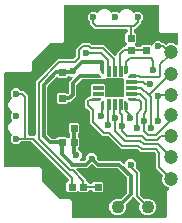
<source format=gbr>
G04 EAGLE Gerber RS-274X export*
G75*
%MOMM*%
%FSLAX34Y34*%
%LPD*%
%INBottom Copper*%
%IPPOS*%
%AMOC8*
5,1,8,0,0,1.08239X$1,22.5*%
G01*
%ADD10C,0.090000*%
%ADD11C,0.300000*%
%ADD12C,0.045000*%
%ADD13C,1.200000*%
%ADD14C,1.100000*%
%ADD15C,0.200000*%
%ADD16C,0.600000*%
%ADD17C,0.300000*%

G36*
X139564Y3010D02*
X139564Y3010D01*
X139628Y3009D01*
X139703Y3030D01*
X139779Y3041D01*
X139838Y3067D01*
X139900Y3084D01*
X139966Y3125D01*
X140036Y3157D01*
X140085Y3199D01*
X140140Y3232D01*
X140192Y3290D01*
X140250Y3340D01*
X140286Y3394D01*
X140329Y3442D01*
X140362Y3511D01*
X140405Y3576D01*
X140424Y3638D01*
X140452Y3695D01*
X140463Y3765D01*
X140487Y3846D01*
X140488Y3931D01*
X140499Y4000D01*
X140499Y25243D01*
X142333Y27076D01*
X142404Y27171D01*
X142479Y27263D01*
X142488Y27284D01*
X142502Y27302D01*
X142544Y27413D01*
X142591Y27522D01*
X142593Y27544D01*
X142602Y27566D01*
X142611Y27684D01*
X142625Y27802D01*
X142622Y27824D01*
X142623Y27847D01*
X142599Y27963D01*
X142580Y28080D01*
X142570Y28101D01*
X142566Y28123D01*
X142510Y28228D01*
X142459Y28335D01*
X142444Y28352D01*
X142433Y28372D01*
X142350Y28457D01*
X142272Y28546D01*
X142253Y28557D01*
X142236Y28574D01*
X142074Y28666D01*
X142009Y28706D01*
X139751Y29641D01*
X137641Y31751D01*
X136499Y34508D01*
X136499Y37492D01*
X136968Y38623D01*
X136970Y38632D01*
X136975Y38641D01*
X137005Y38770D01*
X137015Y38808D01*
X137019Y38820D01*
X137019Y38822D01*
X137038Y38896D01*
X137038Y38906D01*
X137040Y38915D01*
X137033Y39048D01*
X137029Y39178D01*
X137026Y39187D01*
X137025Y39197D01*
X136982Y39321D01*
X136941Y39446D01*
X136936Y39454D01*
X136933Y39463D01*
X136888Y39525D01*
X136783Y39679D01*
X136764Y39695D01*
X136751Y39712D01*
X131499Y44964D01*
X131499Y56550D01*
X131486Y56645D01*
X131481Y56741D01*
X131466Y56785D01*
X131459Y56829D01*
X131420Y56917D01*
X131388Y57008D01*
X131363Y57042D01*
X131343Y57086D01*
X131260Y57184D01*
X131207Y57257D01*
X130257Y58207D01*
X130180Y58264D01*
X130109Y58329D01*
X130068Y58349D01*
X130031Y58376D01*
X129941Y58410D01*
X129855Y58452D01*
X129813Y58458D01*
X129767Y58475D01*
X129640Y58485D01*
X129550Y58499D01*
X118508Y58499D01*
X115801Y61207D01*
X115724Y61264D01*
X115653Y61329D01*
X115612Y61349D01*
X115575Y61376D01*
X115485Y61410D01*
X115399Y61452D01*
X115357Y61458D01*
X115311Y61475D01*
X115184Y61485D01*
X115094Y61499D01*
X101964Y61499D01*
X91257Y72207D01*
X91180Y72264D01*
X91109Y72329D01*
X91068Y72349D01*
X91031Y72376D01*
X90941Y72410D01*
X90855Y72452D01*
X90813Y72458D01*
X90767Y72475D01*
X90640Y72485D01*
X90550Y72499D01*
X85964Y72499D01*
X75499Y82964D01*
X75499Y92550D01*
X75486Y92645D01*
X75481Y92741D01*
X75466Y92784D01*
X75459Y92829D01*
X75420Y92917D01*
X75388Y93008D01*
X75363Y93042D01*
X75343Y93086D01*
X75260Y93184D01*
X75207Y93257D01*
X73257Y95207D01*
X71499Y96964D01*
X71499Y103036D01*
X73964Y105501D01*
X75000Y105501D01*
X75064Y105510D01*
X75128Y105509D01*
X75203Y105530D01*
X75279Y105541D01*
X75338Y105567D01*
X75400Y105584D01*
X75466Y105625D01*
X75536Y105657D01*
X75585Y105699D01*
X75640Y105732D01*
X75692Y105790D01*
X75750Y105840D01*
X75786Y105894D01*
X75829Y105942D01*
X75862Y106011D01*
X75905Y106076D01*
X75924Y106138D01*
X75952Y106195D01*
X75963Y106265D01*
X75987Y106346D01*
X75988Y106431D01*
X75999Y106500D01*
X75999Y110087D01*
X76027Y110135D01*
X76044Y110210D01*
X76072Y110283D01*
X76077Y110347D01*
X76091Y110409D01*
X76088Y110487D01*
X76094Y110564D01*
X76080Y110627D01*
X76077Y110691D01*
X76052Y110764D01*
X76036Y110840D01*
X76006Y110897D01*
X75999Y110915D01*
X75999Y114990D01*
X77010Y116001D01*
X86990Y116001D01*
X88001Y114990D01*
X88001Y110913D01*
X87973Y110865D01*
X87956Y110789D01*
X87928Y110717D01*
X87923Y110653D01*
X87909Y110590D01*
X87912Y110513D01*
X87907Y110436D01*
X87920Y110373D01*
X87923Y110309D01*
X87948Y110235D01*
X87964Y110160D01*
X87994Y110103D01*
X88001Y110085D01*
X88001Y106000D01*
X88010Y105936D01*
X88009Y105872D01*
X88030Y105797D01*
X88041Y105721D01*
X88067Y105662D01*
X88084Y105600D01*
X88125Y105534D01*
X88157Y105464D01*
X88199Y105415D01*
X88232Y105360D01*
X88290Y105308D01*
X88340Y105250D01*
X88394Y105214D01*
X88442Y105171D01*
X88511Y105138D01*
X88576Y105095D01*
X88638Y105076D01*
X88695Y105048D01*
X88765Y105037D01*
X88846Y105013D01*
X88931Y105012D01*
X89000Y105001D01*
X93087Y105001D01*
X93135Y104973D01*
X93211Y104956D01*
X93283Y104928D01*
X93347Y104923D01*
X93410Y104909D01*
X93487Y104912D01*
X93564Y104907D01*
X93627Y104920D01*
X93691Y104923D01*
X93765Y104948D01*
X93840Y104964D01*
X93897Y104994D01*
X93915Y105001D01*
X98087Y105001D01*
X98135Y104973D01*
X98211Y104956D01*
X98283Y104928D01*
X98347Y104923D01*
X98410Y104909D01*
X98487Y104912D01*
X98564Y104907D01*
X98627Y104920D01*
X98691Y104923D01*
X98765Y104948D01*
X98840Y104964D01*
X98897Y104994D01*
X98915Y105001D01*
X103000Y105001D01*
X103064Y105010D01*
X103128Y105009D01*
X103203Y105030D01*
X103279Y105041D01*
X103338Y105067D01*
X103400Y105084D01*
X103466Y105125D01*
X103536Y105157D01*
X103585Y105199D01*
X103640Y105232D01*
X103692Y105290D01*
X103750Y105340D01*
X103786Y105394D01*
X103829Y105442D01*
X103862Y105511D01*
X103905Y105576D01*
X103924Y105638D01*
X103952Y105695D01*
X103963Y105765D01*
X103987Y105846D01*
X103988Y105931D01*
X103999Y106000D01*
X103999Y110087D01*
X104027Y110135D01*
X104044Y110211D01*
X104072Y110283D01*
X104077Y110347D01*
X104091Y110410D01*
X104088Y110487D01*
X104093Y110564D01*
X104080Y110627D01*
X104077Y110691D01*
X104052Y110765D01*
X104036Y110840D01*
X104006Y110897D01*
X103999Y110915D01*
X103999Y115087D01*
X104027Y115135D01*
X104044Y115211D01*
X104072Y115283D01*
X104077Y115347D01*
X104091Y115410D01*
X104088Y115487D01*
X104093Y115564D01*
X104080Y115627D01*
X104077Y115691D01*
X104052Y115765D01*
X104036Y115840D01*
X104006Y115897D01*
X103999Y115915D01*
X103999Y120000D01*
X103990Y120064D01*
X103991Y120128D01*
X103970Y120203D01*
X103959Y120279D01*
X103933Y120338D01*
X103916Y120400D01*
X103875Y120466D01*
X103843Y120536D01*
X103801Y120585D01*
X103768Y120640D01*
X103710Y120692D01*
X103660Y120750D01*
X103606Y120786D01*
X103558Y120829D01*
X103489Y120862D01*
X103424Y120905D01*
X103362Y120924D01*
X103305Y120952D01*
X103235Y120963D01*
X103154Y120987D01*
X103069Y120988D01*
X103000Y120999D01*
X98913Y120999D01*
X98865Y121027D01*
X98789Y121044D01*
X98717Y121072D01*
X98653Y121077D01*
X98590Y121091D01*
X98513Y121088D01*
X98436Y121093D01*
X98373Y121080D01*
X98309Y121077D01*
X98235Y121052D01*
X98160Y121036D01*
X98103Y121006D01*
X98085Y120999D01*
X93913Y120999D01*
X93865Y121027D01*
X93789Y121044D01*
X93717Y121072D01*
X93653Y121077D01*
X93590Y121091D01*
X93513Y121088D01*
X93436Y121093D01*
X93373Y121080D01*
X93309Y121077D01*
X93235Y121052D01*
X93160Y121036D01*
X93103Y121006D01*
X93085Y120999D01*
X89450Y120999D01*
X89355Y120986D01*
X89259Y120981D01*
X89216Y120966D01*
X89171Y120959D01*
X89083Y120920D01*
X88992Y120888D01*
X88958Y120863D01*
X88914Y120843D01*
X88816Y120760D01*
X88743Y120707D01*
X88036Y119999D01*
X85646Y119999D01*
X85631Y120003D01*
X85566Y119999D01*
X85550Y119999D01*
X85481Y120005D01*
X85455Y119999D01*
X68657Y119999D01*
X68562Y119986D01*
X68466Y119981D01*
X68423Y119966D01*
X68378Y119959D01*
X68290Y119920D01*
X68199Y119888D01*
X68165Y119863D01*
X68121Y119843D01*
X68023Y119760D01*
X67950Y119707D01*
X64293Y116050D01*
X64236Y115973D01*
X64171Y115902D01*
X64151Y115861D01*
X64124Y115824D01*
X64090Y115734D01*
X64048Y115648D01*
X64042Y115606D01*
X64025Y115560D01*
X64015Y115433D01*
X64001Y115343D01*
X64001Y105757D01*
X59243Y100999D01*
X57272Y100999D01*
X57177Y100986D01*
X57081Y100981D01*
X57038Y100966D01*
X56993Y100959D01*
X56905Y100920D01*
X56814Y100888D01*
X56780Y100863D01*
X56736Y100843D01*
X56639Y100760D01*
X56565Y100707D01*
X55358Y99499D01*
X48642Y99499D01*
X47499Y100642D01*
X47499Y107358D01*
X48642Y108501D01*
X55358Y108501D01*
X56101Y107758D01*
X56152Y107719D01*
X56197Y107673D01*
X56265Y107635D01*
X56326Y107589D01*
X56387Y107566D01*
X56443Y107534D01*
X56518Y107516D01*
X56590Y107489D01*
X56654Y107484D01*
X56717Y107469D01*
X56795Y107473D01*
X56872Y107467D01*
X56934Y107480D01*
X56999Y107484D01*
X57072Y107509D01*
X57148Y107525D01*
X57204Y107555D01*
X57265Y107576D01*
X57322Y107617D01*
X57397Y107657D01*
X57458Y107716D01*
X57514Y107758D01*
X57707Y107950D01*
X57764Y108027D01*
X57829Y108098D01*
X57849Y108139D01*
X57876Y108176D01*
X57910Y108266D01*
X57952Y108352D01*
X57958Y108394D01*
X57975Y108440D01*
X57985Y108567D01*
X57999Y108657D01*
X57999Y118243D01*
X60050Y120293D01*
X60550Y120793D01*
X60569Y120819D01*
X60594Y120840D01*
X60654Y120932D01*
X60719Y121019D01*
X60730Y121049D01*
X60748Y121076D01*
X60780Y121181D01*
X60819Y121283D01*
X60821Y121315D01*
X60830Y121346D01*
X60832Y121455D01*
X60840Y121564D01*
X60834Y121596D01*
X60834Y121628D01*
X60805Y121733D01*
X60783Y121840D01*
X60768Y121869D01*
X60759Y121900D01*
X60702Y121993D01*
X60650Y122089D01*
X60628Y122112D01*
X60611Y122140D01*
X60530Y122213D01*
X60454Y122291D01*
X60426Y122307D01*
X60402Y122329D01*
X60303Y122376D01*
X60208Y122430D01*
X60177Y122438D01*
X60148Y122452D01*
X60058Y122466D01*
X59934Y122495D01*
X59885Y122493D01*
X59843Y122499D01*
X59136Y122499D01*
X58928Y122707D01*
X58852Y122764D01*
X58780Y122829D01*
X58739Y122849D01*
X58703Y122876D01*
X58613Y122910D01*
X58526Y122952D01*
X58484Y122958D01*
X58439Y122975D01*
X58311Y122985D01*
X58222Y122999D01*
X57272Y122999D01*
X57177Y122986D01*
X57081Y122981D01*
X57038Y122966D01*
X56993Y122959D01*
X56905Y122920D01*
X56814Y122888D01*
X56780Y122863D01*
X56736Y122843D01*
X56638Y122760D01*
X56565Y122707D01*
X55358Y121499D01*
X48642Y121499D01*
X48399Y121742D01*
X48348Y121781D01*
X48303Y121827D01*
X48235Y121865D01*
X48173Y121912D01*
X48113Y121934D01*
X48057Y121966D01*
X47982Y121984D01*
X47910Y122011D01*
X47846Y122016D01*
X47783Y122031D01*
X47705Y122027D01*
X47628Y122033D01*
X47566Y122020D01*
X47501Y122016D01*
X47428Y121991D01*
X47352Y121975D01*
X47296Y121945D01*
X47235Y121924D01*
X47178Y121883D01*
X47103Y121843D01*
X47043Y121784D01*
X46986Y121742D01*
X39793Y114550D01*
X39736Y114473D01*
X39671Y114402D01*
X39651Y114361D01*
X39624Y114324D01*
X39590Y114234D01*
X39548Y114148D01*
X39542Y114106D01*
X39525Y114060D01*
X39515Y113933D01*
X39501Y113843D01*
X39501Y73521D01*
X39514Y73426D01*
X39519Y73330D01*
X39534Y73287D01*
X39541Y73242D01*
X39580Y73154D01*
X39612Y73063D01*
X39637Y73029D01*
X39657Y72985D01*
X39740Y72887D01*
X39793Y72814D01*
X42314Y70293D01*
X42391Y70236D01*
X42462Y70171D01*
X42503Y70151D01*
X42540Y70124D01*
X42630Y70090D01*
X42716Y70048D01*
X42758Y70042D01*
X42804Y70025D01*
X42931Y70015D01*
X43021Y70001D01*
X46728Y70001D01*
X46823Y70014D01*
X46919Y70019D01*
X46962Y70034D01*
X47007Y70041D01*
X47095Y70080D01*
X47186Y70112D01*
X47220Y70137D01*
X47264Y70157D01*
X47362Y70240D01*
X47435Y70293D01*
X48642Y71501D01*
X55358Y71501D01*
X56293Y70565D01*
X56345Y70527D01*
X56390Y70481D01*
X56457Y70443D01*
X56519Y70396D01*
X56579Y70373D01*
X56635Y70342D01*
X56710Y70324D01*
X56783Y70297D01*
X56847Y70292D01*
X56909Y70277D01*
X56987Y70281D01*
X57064Y70275D01*
X57127Y70288D01*
X57191Y70291D01*
X57264Y70317D01*
X57340Y70332D01*
X57397Y70362D01*
X57458Y70384D01*
X57514Y70425D01*
X57589Y70465D01*
X57650Y70524D01*
X57707Y70565D01*
X58707Y71565D01*
X58764Y71642D01*
X58829Y71714D01*
X58849Y71754D01*
X58876Y71791D01*
X58910Y71881D01*
X58952Y71967D01*
X58958Y72009D01*
X58975Y72055D01*
X58985Y72182D01*
X58999Y72272D01*
X58999Y73728D01*
X58986Y73823D01*
X58981Y73919D01*
X58966Y73962D01*
X58959Y74007D01*
X58920Y74095D01*
X58888Y74186D01*
X58863Y74220D01*
X58843Y74264D01*
X58760Y74362D01*
X58707Y74435D01*
X57499Y75642D01*
X57499Y82358D01*
X58642Y83501D01*
X65358Y83501D01*
X66501Y82358D01*
X66501Y75642D01*
X65293Y74435D01*
X65236Y74358D01*
X65171Y74286D01*
X65151Y74245D01*
X65124Y74209D01*
X65090Y74119D01*
X65048Y74033D01*
X65042Y73991D01*
X65025Y73945D01*
X65015Y73818D01*
X65001Y73728D01*
X65001Y72272D01*
X65014Y72177D01*
X65019Y72081D01*
X65034Y72038D01*
X65041Y71993D01*
X65080Y71905D01*
X65112Y71814D01*
X65137Y71780D01*
X65157Y71736D01*
X65240Y71639D01*
X65293Y71565D01*
X66501Y70358D01*
X66501Y63642D01*
X65293Y62435D01*
X65236Y62358D01*
X65171Y62286D01*
X65151Y62245D01*
X65124Y62209D01*
X65090Y62119D01*
X65048Y62033D01*
X65042Y61991D01*
X65025Y61945D01*
X65015Y61818D01*
X65001Y61728D01*
X65001Y61500D01*
X65010Y61436D01*
X65009Y61372D01*
X65030Y61297D01*
X65041Y61221D01*
X65067Y61162D01*
X65084Y61100D01*
X65125Y61034D01*
X65157Y60964D01*
X65199Y60915D01*
X65232Y60860D01*
X65290Y60808D01*
X65340Y60750D01*
X65394Y60714D01*
X65442Y60671D01*
X65511Y60638D01*
X65576Y60595D01*
X65638Y60576D01*
X65695Y60548D01*
X65765Y60537D01*
X65846Y60513D01*
X65852Y60513D01*
X68501Y57864D01*
X68501Y54136D01*
X67072Y52707D01*
X67052Y52681D01*
X67028Y52660D01*
X66968Y52568D01*
X66902Y52481D01*
X66891Y52451D01*
X66873Y52424D01*
X66841Y52319D01*
X66803Y52217D01*
X66800Y52185D01*
X66791Y52154D01*
X66789Y52045D01*
X66781Y51936D01*
X66788Y51904D01*
X66787Y51872D01*
X66816Y51767D01*
X66839Y51660D01*
X66854Y51631D01*
X66862Y51600D01*
X66920Y51507D01*
X66971Y51411D01*
X66993Y51388D01*
X67010Y51360D01*
X67092Y51287D01*
X67168Y51209D01*
X67196Y51193D01*
X67220Y51171D01*
X67318Y51124D01*
X67413Y51070D01*
X67445Y51062D01*
X67474Y51048D01*
X67563Y51034D01*
X67688Y51005D01*
X67736Y51007D01*
X67778Y51001D01*
X70343Y51001D01*
X70438Y51014D01*
X70534Y51019D01*
X70577Y51034D01*
X70622Y51041D01*
X70710Y51080D01*
X70801Y51112D01*
X70835Y51137D01*
X70879Y51157D01*
X70977Y51240D01*
X71050Y51293D01*
X72207Y52450D01*
X72264Y52527D01*
X72329Y52598D01*
X72349Y52639D01*
X72376Y52676D01*
X72410Y52766D01*
X72452Y52852D01*
X72458Y52894D01*
X72475Y52940D01*
X72485Y53067D01*
X72499Y53157D01*
X72499Y54864D01*
X75136Y57501D01*
X78864Y57501D01*
X81501Y54864D01*
X81501Y53157D01*
X81514Y53062D01*
X81519Y52966D01*
X81534Y52923D01*
X81541Y52878D01*
X81580Y52790D01*
X81612Y52699D01*
X81637Y52665D01*
X81657Y52621D01*
X81740Y52523D01*
X81793Y52450D01*
X82950Y51293D01*
X83027Y51236D01*
X83098Y51171D01*
X83139Y51151D01*
X83176Y51124D01*
X83266Y51090D01*
X83352Y51048D01*
X83394Y51042D01*
X83440Y51025D01*
X83567Y51015D01*
X83657Y51001D01*
X101243Y51001D01*
X103293Y48950D01*
X103793Y48450D01*
X103819Y48431D01*
X103840Y48406D01*
X103932Y48346D01*
X104019Y48281D01*
X104049Y48270D01*
X104076Y48252D01*
X104181Y48220D01*
X104283Y48181D01*
X104315Y48179D01*
X104346Y48170D01*
X104455Y48168D01*
X104564Y48160D01*
X104596Y48166D01*
X104628Y48166D01*
X104733Y48195D01*
X104840Y48217D01*
X104869Y48232D01*
X104900Y48241D01*
X104993Y48298D01*
X105089Y48350D01*
X105112Y48372D01*
X105140Y48389D01*
X105213Y48470D01*
X105291Y48546D01*
X105307Y48574D01*
X105329Y48598D01*
X105376Y48697D01*
X105430Y48792D01*
X105438Y48823D01*
X105452Y48852D01*
X105466Y48942D01*
X105495Y49066D01*
X105493Y49115D01*
X105499Y49157D01*
X105499Y49864D01*
X108136Y52501D01*
X111864Y52501D01*
X114501Y49864D01*
X114501Y46084D01*
X114488Y46067D01*
X114465Y46007D01*
X114434Y45951D01*
X114416Y45875D01*
X114389Y45803D01*
X114384Y45739D01*
X114369Y45676D01*
X114373Y45599D01*
X114367Y45522D01*
X114380Y45459D01*
X114383Y45395D01*
X114409Y45321D01*
X114424Y45246D01*
X114455Y45189D01*
X114476Y45128D01*
X114517Y45072D01*
X114557Y44997D01*
X114616Y44936D01*
X114657Y44879D01*
X117501Y42036D01*
X117501Y22850D01*
X117514Y22755D01*
X117519Y22659D01*
X117534Y22616D01*
X117541Y22571D01*
X117580Y22483D01*
X117612Y22392D01*
X117637Y22358D01*
X117657Y22314D01*
X117740Y22216D01*
X117793Y22143D01*
X121070Y18866D01*
X121078Y18860D01*
X121084Y18853D01*
X121190Y18776D01*
X121296Y18697D01*
X121305Y18693D01*
X121313Y18688D01*
X121436Y18644D01*
X121560Y18597D01*
X121569Y18597D01*
X121578Y18593D01*
X121710Y18586D01*
X121841Y18575D01*
X121850Y18577D01*
X121860Y18577D01*
X121935Y18595D01*
X122117Y18633D01*
X122138Y18644D01*
X122159Y18649D01*
X123007Y19001D01*
X125793Y19001D01*
X128366Y17935D01*
X130335Y15966D01*
X131401Y13393D01*
X131401Y10607D01*
X130335Y8034D01*
X128366Y6065D01*
X125793Y4999D01*
X123007Y4999D01*
X120434Y6065D01*
X118465Y8034D01*
X117399Y10607D01*
X117399Y13393D01*
X117751Y14241D01*
X117753Y14250D01*
X117758Y14258D01*
X117788Y14387D01*
X117821Y14514D01*
X117820Y14523D01*
X117823Y14532D01*
X117816Y14665D01*
X117812Y14796D01*
X117809Y14805D01*
X117808Y14814D01*
X117765Y14939D01*
X117724Y15064D01*
X117719Y15072D01*
X117716Y15081D01*
X117670Y15143D01*
X117565Y15297D01*
X117547Y15312D01*
X117534Y15330D01*
X114257Y18607D01*
X112760Y20103D01*
X112709Y20142D01*
X112664Y20188D01*
X112596Y20226D01*
X112535Y20273D01*
X112474Y20295D01*
X112418Y20327D01*
X112343Y20345D01*
X112271Y20372D01*
X112207Y20377D01*
X112144Y20392D01*
X112067Y20388D01*
X111989Y20394D01*
X111927Y20381D01*
X111862Y20378D01*
X111789Y20352D01*
X111713Y20336D01*
X111657Y20306D01*
X111596Y20285D01*
X111539Y20244D01*
X111464Y20204D01*
X111404Y20145D01*
X111347Y20103D01*
X110950Y19707D01*
X106073Y14830D01*
X106068Y14822D01*
X106060Y14816D01*
X105983Y14709D01*
X105904Y14604D01*
X105901Y14595D01*
X105895Y14587D01*
X105851Y14463D01*
X105804Y14340D01*
X105804Y14331D01*
X105800Y14322D01*
X105793Y14190D01*
X105783Y14059D01*
X105785Y14050D01*
X105784Y14040D01*
X105802Y13965D01*
X105840Y13783D01*
X105851Y13762D01*
X105857Y13741D01*
X106001Y13393D01*
X106001Y10607D01*
X104935Y8034D01*
X102966Y6065D01*
X100393Y4999D01*
X97607Y4999D01*
X95034Y6065D01*
X93065Y8034D01*
X91999Y10607D01*
X91999Y13393D01*
X93065Y15966D01*
X95034Y17935D01*
X97607Y19001D01*
X100393Y19001D01*
X100741Y18857D01*
X100750Y18854D01*
X100758Y18850D01*
X100887Y18819D01*
X101014Y18787D01*
X101023Y18787D01*
X101032Y18785D01*
X101165Y18791D01*
X101296Y18796D01*
X101305Y18798D01*
X101314Y18799D01*
X101439Y18842D01*
X101564Y18883D01*
X101572Y18888D01*
X101581Y18891D01*
X101643Y18937D01*
X101797Y19042D01*
X101812Y19060D01*
X101830Y19073D01*
X106707Y23950D01*
X106764Y24027D01*
X106829Y24098D01*
X106849Y24139D01*
X106876Y24176D01*
X106910Y24266D01*
X106952Y24352D01*
X106958Y24394D01*
X106975Y24440D01*
X106985Y24567D01*
X106999Y24657D01*
X106999Y36343D01*
X106986Y36438D01*
X106981Y36534D01*
X106966Y36577D01*
X106959Y36622D01*
X106920Y36710D01*
X106888Y36801D01*
X106863Y36835D01*
X106843Y36879D01*
X106760Y36977D01*
X106707Y37050D01*
X99050Y44707D01*
X98973Y44764D01*
X98902Y44829D01*
X98861Y44849D01*
X98824Y44876D01*
X98734Y44910D01*
X98648Y44952D01*
X98606Y44958D01*
X98560Y44975D01*
X98433Y44985D01*
X98343Y44999D01*
X80757Y44999D01*
X77707Y48050D01*
X77655Y48088D01*
X77610Y48134D01*
X77543Y48173D01*
X77481Y48219D01*
X77421Y48242D01*
X77365Y48273D01*
X77290Y48291D01*
X77217Y48319D01*
X77153Y48324D01*
X77091Y48338D01*
X77013Y48334D01*
X76936Y48340D01*
X76873Y48327D01*
X76809Y48324D01*
X76736Y48299D01*
X76660Y48283D01*
X76603Y48253D01*
X76542Y48231D01*
X76486Y48190D01*
X76411Y48150D01*
X76350Y48091D01*
X76293Y48050D01*
X73243Y44999D01*
X64950Y44999D01*
X64918Y44995D01*
X64886Y44997D01*
X64779Y44975D01*
X64670Y44959D01*
X64641Y44946D01*
X64610Y44940D01*
X64513Y44888D01*
X64414Y44843D01*
X64389Y44822D01*
X64361Y44807D01*
X64282Y44731D01*
X64199Y44660D01*
X64182Y44633D01*
X64159Y44610D01*
X64105Y44515D01*
X64045Y44424D01*
X64035Y44393D01*
X64019Y44365D01*
X63994Y44258D01*
X63962Y44154D01*
X63962Y44122D01*
X63955Y44091D01*
X63960Y43981D01*
X63959Y43872D01*
X63967Y43841D01*
X63969Y43809D01*
X64005Y43706D01*
X64034Y43600D01*
X64051Y43573D01*
X64061Y43542D01*
X64115Y43469D01*
X64182Y43360D01*
X64208Y43337D01*
X64212Y43330D01*
X64224Y43319D01*
X64243Y43293D01*
X72501Y35036D01*
X72501Y34500D01*
X72510Y34436D01*
X72509Y34372D01*
X72530Y34297D01*
X72541Y34221D01*
X72567Y34162D01*
X72584Y34100D01*
X72625Y34034D01*
X72657Y33964D01*
X72699Y33915D01*
X72732Y33860D01*
X72790Y33808D01*
X72840Y33750D01*
X72894Y33714D01*
X72942Y33671D01*
X73011Y33638D01*
X73076Y33595D01*
X73138Y33576D01*
X73195Y33548D01*
X73265Y33537D01*
X73346Y33513D01*
X74517Y32341D01*
X74530Y32297D01*
X74541Y32221D01*
X74567Y32162D01*
X74584Y32100D01*
X74625Y32034D01*
X74657Y31964D01*
X74699Y31915D01*
X74732Y31860D01*
X74790Y31808D01*
X74840Y31750D01*
X74894Y31714D01*
X74942Y31671D01*
X75011Y31638D01*
X75076Y31595D01*
X75138Y31576D01*
X75195Y31548D01*
X75265Y31537D01*
X75346Y31513D01*
X75431Y31512D01*
X75500Y31501D01*
X76500Y31501D01*
X76564Y31510D01*
X76628Y31509D01*
X76703Y31530D01*
X76779Y31541D01*
X76838Y31567D01*
X76900Y31584D01*
X76966Y31625D01*
X77036Y31657D01*
X77085Y31699D01*
X77140Y31732D01*
X77192Y31790D01*
X77250Y31840D01*
X77286Y31894D01*
X77329Y31942D01*
X77362Y32011D01*
X77405Y32076D01*
X77424Y32138D01*
X77452Y32195D01*
X77463Y32265D01*
X77487Y32346D01*
X78642Y33501D01*
X85358Y33501D01*
X86501Y32358D01*
X86501Y25642D01*
X85358Y24499D01*
X78642Y24499D01*
X77483Y25659D01*
X77470Y25703D01*
X77459Y25779D01*
X77433Y25838D01*
X77416Y25900D01*
X77375Y25966D01*
X77343Y26036D01*
X77301Y26085D01*
X77268Y26140D01*
X77210Y26192D01*
X77160Y26250D01*
X77106Y26286D01*
X77058Y26329D01*
X76989Y26362D01*
X76924Y26405D01*
X76862Y26424D01*
X76805Y26452D01*
X76735Y26463D01*
X76654Y26487D01*
X76569Y26488D01*
X76500Y26499D01*
X75500Y26499D01*
X75436Y26490D01*
X75372Y26491D01*
X75297Y26470D01*
X75221Y26459D01*
X75162Y26433D01*
X75100Y26416D01*
X75034Y26375D01*
X74964Y26343D01*
X74915Y26301D01*
X74860Y26268D01*
X74808Y26210D01*
X74750Y26160D01*
X74714Y26106D01*
X74671Y26058D01*
X74638Y25989D01*
X74595Y25924D01*
X74576Y25862D01*
X74548Y25805D01*
X74537Y25735D01*
X74513Y25654D01*
X73358Y24499D01*
X66642Y24499D01*
X65707Y25435D01*
X65655Y25473D01*
X65610Y25519D01*
X65543Y25557D01*
X65481Y25604D01*
X65421Y25627D01*
X65365Y25658D01*
X65290Y25676D01*
X65217Y25703D01*
X65153Y25708D01*
X65091Y25723D01*
X65013Y25719D01*
X64936Y25725D01*
X64873Y25712D01*
X64809Y25709D01*
X64736Y25684D01*
X64660Y25668D01*
X64603Y25637D01*
X64542Y25616D01*
X64486Y25575D01*
X64411Y25535D01*
X64350Y25476D01*
X64293Y25435D01*
X63358Y24499D01*
X56642Y24499D01*
X55499Y25642D01*
X55499Y32358D01*
X56659Y33517D01*
X56703Y33530D01*
X56779Y33541D01*
X56838Y33567D01*
X56900Y33584D01*
X56966Y33625D01*
X57036Y33657D01*
X57085Y33699D01*
X57140Y33732D01*
X57192Y33790D01*
X57250Y33840D01*
X57286Y33894D01*
X57329Y33942D01*
X57362Y34011D01*
X57405Y34076D01*
X57424Y34138D01*
X57452Y34195D01*
X57463Y34265D01*
X57487Y34346D01*
X57488Y34431D01*
X57499Y34500D01*
X57499Y35550D01*
X57486Y35645D01*
X57481Y35741D01*
X57466Y35784D01*
X57459Y35829D01*
X57420Y35917D01*
X57388Y36008D01*
X57363Y36042D01*
X57343Y36086D01*
X57260Y36184D01*
X57207Y36257D01*
X42357Y51107D01*
X42343Y51137D01*
X42260Y51234D01*
X42207Y51307D01*
X26307Y67207D01*
X26230Y67264D01*
X26159Y67329D01*
X26118Y67349D01*
X26081Y67376D01*
X25991Y67410D01*
X25905Y67452D01*
X25863Y67458D01*
X25818Y67475D01*
X25690Y67485D01*
X25600Y67499D01*
X17278Y67499D01*
X17183Y67486D01*
X17087Y67481D01*
X17044Y67466D01*
X16999Y67459D01*
X16911Y67420D01*
X16821Y67388D01*
X16786Y67363D01*
X16742Y67343D01*
X16645Y67260D01*
X16572Y67207D01*
X14864Y65499D01*
X11136Y65499D01*
X8499Y68136D01*
X8499Y71864D01*
X9264Y72629D01*
X9303Y72681D01*
X9349Y72725D01*
X9387Y72793D01*
X9433Y72855D01*
X9456Y72915D01*
X9488Y72971D01*
X9506Y73046D01*
X9533Y73119D01*
X9538Y73183D01*
X9553Y73245D01*
X9549Y73323D01*
X9555Y73400D01*
X9542Y73463D01*
X9538Y73527D01*
X9513Y73600D01*
X9497Y73676D01*
X9467Y73733D01*
X9446Y73793D01*
X9405Y73850D01*
X9365Y73925D01*
X9306Y73986D01*
X9264Y74042D01*
X7489Y75818D01*
X6499Y78207D01*
X6499Y80793D01*
X7489Y83182D01*
X9264Y84958D01*
X9303Y85009D01*
X9349Y85054D01*
X9387Y85121D01*
X9433Y85183D01*
X9456Y85243D01*
X9488Y85299D01*
X9506Y85375D01*
X9533Y85447D01*
X9538Y85511D01*
X9553Y85574D01*
X9549Y85651D01*
X9555Y85728D01*
X9542Y85791D01*
X9538Y85855D01*
X9513Y85929D01*
X9497Y86004D01*
X9467Y86061D01*
X9446Y86122D01*
X9405Y86178D01*
X9365Y86253D01*
X9306Y86314D01*
X9264Y86371D01*
X8499Y87136D01*
X8499Y90864D01*
X9264Y91629D01*
X9303Y91681D01*
X9349Y91725D01*
X9387Y91793D01*
X9434Y91855D01*
X9456Y91915D01*
X9488Y91971D01*
X9506Y92046D01*
X9533Y92119D01*
X9538Y92183D01*
X9553Y92245D01*
X9549Y92323D01*
X9555Y92400D01*
X9542Y92463D01*
X9538Y92527D01*
X9513Y92600D01*
X9497Y92676D01*
X9467Y92733D01*
X9446Y92793D01*
X9405Y92850D01*
X9365Y92925D01*
X9306Y92986D01*
X9264Y93042D01*
X7489Y94818D01*
X6499Y97207D01*
X6499Y99793D01*
X7489Y102182D01*
X9264Y103958D01*
X9303Y104009D01*
X9349Y104054D01*
X9387Y104121D01*
X9434Y104183D01*
X9456Y104243D01*
X9488Y104299D01*
X9506Y104375D01*
X9533Y104447D01*
X9538Y104511D01*
X9553Y104574D01*
X9549Y104651D01*
X9555Y104728D01*
X9542Y104791D01*
X9538Y104855D01*
X9513Y104929D01*
X9497Y105004D01*
X9467Y105061D01*
X9446Y105122D01*
X9405Y105179D01*
X9365Y105253D01*
X9306Y105314D01*
X9264Y105371D01*
X8499Y106136D01*
X8499Y109864D01*
X11136Y112501D01*
X14864Y112501D01*
X16572Y110793D01*
X16648Y110736D01*
X16720Y110671D01*
X16761Y110651D01*
X16797Y110624D01*
X16887Y110590D01*
X16974Y110548D01*
X17016Y110542D01*
X17061Y110525D01*
X17189Y110515D01*
X17278Y110501D01*
X19036Y110501D01*
X23001Y106536D01*
X23001Y73500D01*
X23010Y73436D01*
X23009Y73372D01*
X23030Y73297D01*
X23041Y73221D01*
X23067Y73162D01*
X23084Y73100D01*
X23125Y73034D01*
X23157Y72964D01*
X23199Y72915D01*
X23232Y72860D01*
X23290Y72808D01*
X23340Y72750D01*
X23394Y72714D01*
X23442Y72671D01*
X23511Y72638D01*
X23576Y72595D01*
X23638Y72576D01*
X23695Y72548D01*
X23765Y72537D01*
X23846Y72513D01*
X23931Y72512D01*
X24000Y72501D01*
X28500Y72501D01*
X28563Y72510D01*
X28628Y72509D01*
X28703Y72530D01*
X28779Y72541D01*
X28838Y72567D01*
X28900Y72584D01*
X28966Y72625D01*
X29036Y72657D01*
X29085Y72698D01*
X29140Y72732D01*
X29192Y72790D01*
X29250Y72840D01*
X29286Y72894D01*
X29329Y72942D01*
X29363Y73011D01*
X29405Y73076D01*
X29424Y73138D01*
X29452Y73195D01*
X29463Y73265D01*
X29487Y73346D01*
X29488Y73431D01*
X29499Y73500D01*
X29499Y118400D01*
X31257Y120157D01*
X46843Y135743D01*
X48600Y137501D01*
X61186Y137501D01*
X61281Y137514D01*
X61377Y137519D01*
X61420Y137534D01*
X61465Y137541D01*
X61553Y137580D01*
X61644Y137612D01*
X61678Y137637D01*
X61722Y137657D01*
X61820Y137740D01*
X61893Y137793D01*
X63207Y139107D01*
X63264Y139184D01*
X63329Y139255D01*
X63349Y139296D01*
X63376Y139333D01*
X63410Y139423D01*
X63452Y139509D01*
X63458Y139551D01*
X63475Y139597D01*
X63485Y139724D01*
X63499Y139814D01*
X63499Y146021D01*
X65257Y147779D01*
X66721Y149243D01*
X68479Y151001D01*
X75521Y151001D01*
X77229Y149293D01*
X77305Y149236D01*
X77377Y149171D01*
X77418Y149151D01*
X77454Y149124D01*
X77544Y149090D01*
X77630Y149048D01*
X77673Y149042D01*
X77718Y149025D01*
X77846Y149015D01*
X77935Y149001D01*
X87557Y149001D01*
X89314Y147243D01*
X96293Y140264D01*
X96319Y140245D01*
X96340Y140220D01*
X96432Y140160D01*
X96519Y140095D01*
X96549Y140083D01*
X96576Y140066D01*
X96681Y140034D01*
X96783Y139995D01*
X96815Y139993D01*
X96846Y139983D01*
X96955Y139982D01*
X97064Y139973D01*
X97096Y139980D01*
X97128Y139980D01*
X97233Y140009D01*
X97340Y140031D01*
X97369Y140046D01*
X97400Y140055D01*
X97493Y140112D01*
X97589Y140163D01*
X97612Y140186D01*
X97640Y140203D01*
X97713Y140284D01*
X97791Y140360D01*
X97807Y140388D01*
X97829Y140412D01*
X97876Y140510D01*
X97930Y140606D01*
X97938Y140637D01*
X97952Y140666D01*
X97966Y140755D01*
X97995Y140880D01*
X97993Y140929D01*
X97999Y140971D01*
X97999Y142214D01*
X103286Y147501D01*
X104500Y147501D01*
X104564Y147510D01*
X104628Y147509D01*
X104703Y147530D01*
X104779Y147541D01*
X104838Y147567D01*
X104900Y147584D01*
X104966Y147625D01*
X105036Y147657D01*
X105085Y147699D01*
X105140Y147732D01*
X105192Y147790D01*
X105250Y147840D01*
X105286Y147894D01*
X105329Y147942D01*
X105362Y148011D01*
X105405Y148076D01*
X105424Y148138D01*
X105452Y148195D01*
X105463Y148265D01*
X105487Y148346D01*
X106435Y149293D01*
X106473Y149345D01*
X106519Y149390D01*
X106557Y149457D01*
X106604Y149519D01*
X106627Y149579D01*
X106658Y149635D01*
X106676Y149710D01*
X106703Y149783D01*
X106708Y149847D01*
X106723Y149909D01*
X106719Y149987D01*
X106725Y150064D01*
X106712Y150127D01*
X106709Y150191D01*
X106684Y150264D01*
X106668Y150340D01*
X106637Y150397D01*
X106616Y150458D01*
X106575Y150514D01*
X106535Y150589D01*
X106476Y150650D01*
X106435Y150707D01*
X105499Y151642D01*
X105499Y158358D01*
X106659Y159517D01*
X106703Y159530D01*
X106779Y159541D01*
X106838Y159567D01*
X106900Y159584D01*
X106966Y159625D01*
X107036Y159657D01*
X107085Y159699D01*
X107140Y159732D01*
X107192Y159790D01*
X107250Y159840D01*
X107286Y159894D01*
X107329Y159942D01*
X107362Y160011D01*
X107405Y160076D01*
X107424Y160138D01*
X107452Y160195D01*
X107463Y160265D01*
X107487Y160346D01*
X107488Y160431D01*
X107499Y160500D01*
X107499Y161500D01*
X107490Y161564D01*
X107491Y161628D01*
X107470Y161703D01*
X107459Y161779D01*
X107433Y161838D01*
X107416Y161900D01*
X107375Y161966D01*
X107343Y162036D01*
X107301Y162085D01*
X107268Y162140D01*
X107210Y162192D01*
X107160Y162250D01*
X107106Y162286D01*
X107058Y162329D01*
X106989Y162362D01*
X106924Y162405D01*
X106862Y162424D01*
X106805Y162452D01*
X106735Y162463D01*
X106654Y162487D01*
X106569Y162488D01*
X106500Y162499D01*
X79964Y162499D01*
X75499Y166964D01*
X75499Y168722D01*
X75486Y168817D01*
X75481Y168913D01*
X75466Y168956D01*
X75459Y169001D01*
X75420Y169089D01*
X75388Y169179D01*
X75363Y169214D01*
X75343Y169258D01*
X75260Y169355D01*
X75207Y169428D01*
X73499Y171136D01*
X73499Y174864D01*
X76136Y177501D01*
X79864Y177501D01*
X80629Y176736D01*
X80681Y176697D01*
X80725Y176651D01*
X80793Y176613D01*
X80855Y176566D01*
X80915Y176544D01*
X80971Y176512D01*
X81046Y176494D01*
X81119Y176467D01*
X81183Y176462D01*
X81245Y176447D01*
X81323Y176451D01*
X81400Y176445D01*
X81463Y176458D01*
X81527Y176462D01*
X81600Y176487D01*
X81676Y176503D01*
X81733Y176533D01*
X81793Y176554D01*
X81850Y176595D01*
X81925Y176635D01*
X81986Y176694D01*
X82042Y176736D01*
X83818Y178511D01*
X86207Y179501D01*
X88793Y179501D01*
X91182Y178511D01*
X92958Y176736D01*
X93009Y176697D01*
X93054Y176651D01*
X93121Y176613D01*
X93183Y176567D01*
X93243Y176544D01*
X93299Y176512D01*
X93375Y176494D01*
X93447Y176467D01*
X93511Y176462D01*
X93574Y176447D01*
X93651Y176451D01*
X93728Y176445D01*
X93791Y176458D01*
X93855Y176462D01*
X93929Y176487D01*
X94004Y176503D01*
X94061Y176533D01*
X94122Y176554D01*
X94178Y176595D01*
X94253Y176635D01*
X94314Y176694D01*
X94371Y176736D01*
X95136Y177501D01*
X98864Y177501D01*
X99629Y176736D01*
X99681Y176697D01*
X99725Y176651D01*
X99793Y176613D01*
X99855Y176566D01*
X99915Y176544D01*
X99971Y176512D01*
X100046Y176494D01*
X100119Y176467D01*
X100183Y176462D01*
X100245Y176447D01*
X100323Y176451D01*
X100400Y176445D01*
X100463Y176458D01*
X100527Y176462D01*
X100600Y176487D01*
X100676Y176503D01*
X100733Y176533D01*
X100793Y176554D01*
X100850Y176595D01*
X100925Y176635D01*
X100986Y176694D01*
X101042Y176736D01*
X102818Y178511D01*
X105207Y179501D01*
X107793Y179501D01*
X110182Y178511D01*
X111958Y176736D01*
X112009Y176697D01*
X112054Y176651D01*
X112121Y176613D01*
X112183Y176567D01*
X112243Y176544D01*
X112299Y176512D01*
X112375Y176494D01*
X112447Y176467D01*
X112511Y176462D01*
X112574Y176447D01*
X112651Y176451D01*
X112728Y176445D01*
X112791Y176458D01*
X112855Y176462D01*
X112929Y176487D01*
X113004Y176503D01*
X113061Y176533D01*
X113122Y176554D01*
X113178Y176595D01*
X113253Y176635D01*
X113314Y176694D01*
X113371Y176736D01*
X114136Y177501D01*
X117864Y177501D01*
X120501Y174864D01*
X120501Y171136D01*
X118793Y169428D01*
X118736Y169352D01*
X118671Y169280D01*
X118651Y169239D01*
X118624Y169203D01*
X118590Y169113D01*
X118548Y169026D01*
X118542Y168984D01*
X118525Y168939D01*
X118515Y168811D01*
X118501Y168722D01*
X118501Y167464D01*
X113536Y162499D01*
X113500Y162499D01*
X113436Y162490D01*
X113372Y162491D01*
X113297Y162470D01*
X113221Y162459D01*
X113162Y162433D01*
X113100Y162416D01*
X113034Y162375D01*
X112964Y162343D01*
X112915Y162301D01*
X112860Y162268D01*
X112808Y162210D01*
X112750Y162160D01*
X112714Y162106D01*
X112671Y162058D01*
X112638Y161989D01*
X112595Y161924D01*
X112576Y161862D01*
X112548Y161805D01*
X112537Y161735D01*
X112513Y161654D01*
X112512Y161569D01*
X112501Y161500D01*
X112501Y160500D01*
X112510Y160436D01*
X112509Y160372D01*
X112530Y160297D01*
X112541Y160221D01*
X112567Y160162D01*
X112584Y160100D01*
X112625Y160034D01*
X112657Y159964D01*
X112699Y159915D01*
X112732Y159860D01*
X112790Y159808D01*
X112840Y159750D01*
X112894Y159714D01*
X112942Y159671D01*
X113011Y159638D01*
X113076Y159595D01*
X113138Y159576D01*
X113195Y159548D01*
X113265Y159537D01*
X113346Y159513D01*
X114501Y158358D01*
X114501Y151642D01*
X113565Y150707D01*
X113527Y150655D01*
X113481Y150610D01*
X113443Y150543D01*
X113396Y150481D01*
X113373Y150421D01*
X113342Y150365D01*
X113324Y150290D01*
X113297Y150217D01*
X113292Y150153D01*
X113277Y150090D01*
X113281Y150013D01*
X113275Y149936D01*
X113288Y149873D01*
X113291Y149809D01*
X113316Y149736D01*
X113332Y149660D01*
X113363Y149603D01*
X113384Y149542D01*
X113425Y149486D01*
X113465Y149411D01*
X113524Y149350D01*
X113565Y149293D01*
X114517Y148341D01*
X114530Y148297D01*
X114541Y148221D01*
X114567Y148162D01*
X114584Y148100D01*
X114625Y148034D01*
X114657Y147964D01*
X114699Y147915D01*
X114732Y147860D01*
X114790Y147808D01*
X114840Y147750D01*
X114894Y147714D01*
X114942Y147671D01*
X115011Y147638D01*
X115076Y147595D01*
X115138Y147576D01*
X115195Y147548D01*
X115265Y147537D01*
X115346Y147513D01*
X115431Y147512D01*
X115500Y147501D01*
X117500Y147501D01*
X117564Y147510D01*
X117628Y147509D01*
X117703Y147530D01*
X117779Y147541D01*
X117838Y147567D01*
X117900Y147584D01*
X117966Y147625D01*
X118036Y147657D01*
X118085Y147699D01*
X118140Y147732D01*
X118192Y147790D01*
X118250Y147840D01*
X118286Y147894D01*
X118329Y147942D01*
X118362Y148011D01*
X118405Y148076D01*
X118424Y148138D01*
X118452Y148195D01*
X118463Y148265D01*
X118487Y148346D01*
X119642Y149501D01*
X126358Y149501D01*
X126793Y149065D01*
X126819Y149046D01*
X126840Y149021D01*
X126932Y148962D01*
X127019Y148896D01*
X127049Y148885D01*
X127076Y148867D01*
X127181Y148835D01*
X127283Y148796D01*
X127315Y148794D01*
X127346Y148785D01*
X127455Y148783D01*
X127564Y148775D01*
X127596Y148781D01*
X127628Y148781D01*
X127733Y148810D01*
X127840Y148832D01*
X127869Y148847D01*
X127900Y148856D01*
X127993Y148913D01*
X128089Y148965D01*
X128112Y148987D01*
X128140Y149004D01*
X128213Y149085D01*
X128291Y149161D01*
X128307Y149190D01*
X128329Y149213D01*
X128376Y149312D01*
X128430Y149407D01*
X128438Y149438D01*
X128452Y149467D01*
X128466Y149557D01*
X128495Y149681D01*
X128493Y149730D01*
X128499Y149772D01*
X128499Y149864D01*
X131136Y152501D01*
X134864Y152501D01*
X136572Y150793D01*
X136648Y150736D01*
X136720Y150671D01*
X136761Y150651D01*
X136797Y150624D01*
X136887Y150590D01*
X136974Y150548D01*
X137016Y150542D01*
X137061Y150525D01*
X137189Y150515D01*
X137278Y150501D01*
X138036Y150501D01*
X138874Y149663D01*
X138881Y149657D01*
X138887Y149650D01*
X138994Y149573D01*
X139099Y149494D01*
X139108Y149490D01*
X139116Y149485D01*
X139240Y149441D01*
X139363Y149394D01*
X139373Y149393D01*
X139381Y149390D01*
X139513Y149383D01*
X139644Y149372D01*
X139653Y149374D01*
X139663Y149374D01*
X139738Y149392D01*
X139920Y149430D01*
X139942Y149441D01*
X139963Y149446D01*
X142508Y150501D01*
X145492Y150501D01*
X148249Y149359D01*
X148293Y149314D01*
X148319Y149295D01*
X148340Y149270D01*
X148432Y149210D01*
X148519Y149145D01*
X148549Y149134D01*
X148576Y149116D01*
X148681Y149084D01*
X148783Y149045D01*
X148815Y149043D01*
X148846Y149033D01*
X148955Y149032D01*
X149064Y149024D01*
X149096Y149030D01*
X149128Y149030D01*
X149233Y149059D01*
X149340Y149081D01*
X149369Y149096D01*
X149400Y149105D01*
X149493Y149162D01*
X149589Y149214D01*
X149612Y149236D01*
X149640Y149253D01*
X149713Y149334D01*
X149791Y149410D01*
X149807Y149438D01*
X149829Y149462D01*
X149876Y149561D01*
X149930Y149656D01*
X149938Y149687D01*
X149952Y149716D01*
X149966Y149806D01*
X149995Y149930D01*
X149993Y149979D01*
X149999Y150021D01*
X149999Y158500D01*
X149990Y158564D01*
X149991Y158628D01*
X149970Y158703D01*
X149959Y158779D01*
X149933Y158838D01*
X149916Y158900D01*
X149875Y158966D01*
X149843Y159036D01*
X149801Y159085D01*
X149768Y159140D01*
X149710Y159192D01*
X149660Y159250D01*
X149606Y159286D01*
X149558Y159329D01*
X149489Y159362D01*
X149424Y159405D01*
X149362Y159424D01*
X149305Y159452D01*
X149235Y159463D01*
X149154Y159487D01*
X149069Y159488D01*
X149000Y159499D01*
X135757Y159499D01*
X133999Y161257D01*
X133999Y182000D01*
X133990Y182064D01*
X133991Y182128D01*
X133970Y182203D01*
X133959Y182279D01*
X133933Y182338D01*
X133916Y182400D01*
X133875Y182466D01*
X133843Y182536D01*
X133801Y182585D01*
X133768Y182640D01*
X133710Y182692D01*
X133660Y182750D01*
X133606Y182786D01*
X133558Y182829D01*
X133489Y182862D01*
X133424Y182905D01*
X133362Y182924D01*
X133305Y182952D01*
X133235Y182963D01*
X133154Y182987D01*
X133069Y182988D01*
X133000Y182999D01*
X54500Y182999D01*
X54436Y182990D01*
X54372Y182991D01*
X54297Y182970D01*
X54221Y182959D01*
X54162Y182933D01*
X54100Y182916D01*
X54034Y182875D01*
X53964Y182843D01*
X53915Y182801D01*
X53860Y182768D01*
X53808Y182710D01*
X53750Y182660D01*
X53714Y182606D01*
X53671Y182558D01*
X53638Y182489D01*
X53595Y182424D01*
X53576Y182362D01*
X53548Y182305D01*
X53537Y182235D01*
X53513Y182154D01*
X53512Y182069D01*
X53501Y182000D01*
X53501Y152757D01*
X51743Y150999D01*
X42157Y150999D01*
X42062Y150986D01*
X41966Y150981D01*
X41923Y150966D01*
X41878Y150959D01*
X41790Y150920D01*
X41699Y150888D01*
X41665Y150863D01*
X41621Y150843D01*
X41523Y150760D01*
X41450Y150707D01*
X26793Y136050D01*
X26736Y135973D01*
X26671Y135902D01*
X26651Y135861D01*
X26624Y135824D01*
X26590Y135734D01*
X26548Y135648D01*
X26542Y135606D01*
X26525Y135560D01*
X26515Y135433D01*
X26501Y135343D01*
X26501Y127757D01*
X24743Y125999D01*
X4000Y125999D01*
X3936Y125990D01*
X3872Y125991D01*
X3797Y125970D01*
X3721Y125959D01*
X3662Y125933D01*
X3600Y125916D01*
X3534Y125875D01*
X3464Y125843D01*
X3415Y125801D01*
X3360Y125768D01*
X3308Y125710D01*
X3250Y125660D01*
X3214Y125606D01*
X3171Y125558D01*
X3138Y125489D01*
X3095Y125424D01*
X3076Y125362D01*
X3048Y125305D01*
X3037Y125235D01*
X3013Y125154D01*
X3012Y125069D01*
X3001Y125000D01*
X3001Y46500D01*
X3010Y46436D01*
X3009Y46372D01*
X3030Y46297D01*
X3041Y46221D01*
X3067Y46162D01*
X3084Y46100D01*
X3125Y46034D01*
X3157Y45964D01*
X3199Y45915D01*
X3232Y45860D01*
X3290Y45808D01*
X3340Y45750D01*
X3394Y45714D01*
X3442Y45671D01*
X3511Y45638D01*
X3576Y45595D01*
X3638Y45576D01*
X3695Y45548D01*
X3765Y45537D01*
X3846Y45513D01*
X3931Y45512D01*
X4000Y45501D01*
X33243Y45501D01*
X35001Y43743D01*
X35001Y34157D01*
X35014Y34062D01*
X35019Y33966D01*
X35034Y33923D01*
X35041Y33878D01*
X35080Y33790D01*
X35112Y33699D01*
X35137Y33665D01*
X35157Y33621D01*
X35240Y33523D01*
X35293Y33450D01*
X49950Y18793D01*
X50027Y18736D01*
X50098Y18671D01*
X50139Y18651D01*
X50176Y18624D01*
X50266Y18590D01*
X50352Y18548D01*
X50394Y18542D01*
X50440Y18525D01*
X50567Y18515D01*
X50657Y18501D01*
X58243Y18501D01*
X60001Y16743D01*
X60001Y4000D01*
X60010Y3936D01*
X60009Y3872D01*
X60030Y3797D01*
X60041Y3721D01*
X60067Y3662D01*
X60084Y3600D01*
X60125Y3534D01*
X60157Y3464D01*
X60199Y3415D01*
X60232Y3360D01*
X60290Y3308D01*
X60340Y3250D01*
X60394Y3214D01*
X60442Y3171D01*
X60511Y3138D01*
X60576Y3095D01*
X60638Y3076D01*
X60695Y3048D01*
X60765Y3037D01*
X60846Y3013D01*
X60931Y3012D01*
X61000Y3001D01*
X139500Y3001D01*
X139564Y3010D01*
G37*
G36*
X87505Y124499D02*
X87505Y124499D01*
X87505Y124500D01*
X87505Y131500D01*
X87501Y131505D01*
X87500Y131505D01*
X84500Y131505D01*
X84495Y131501D01*
X84495Y131500D01*
X84495Y126000D01*
X84497Y125998D01*
X84496Y125996D01*
X85996Y124496D01*
X85999Y124496D01*
X86000Y124495D01*
X87500Y124495D01*
X87505Y124499D01*
G37*
G36*
X114505Y101499D02*
X114505Y101499D01*
X114505Y101500D01*
X114505Y104500D01*
X114501Y104505D01*
X114500Y104505D01*
X107500Y104505D01*
X107495Y104501D01*
X107495Y104500D01*
X107495Y103000D01*
X107497Y102998D01*
X107496Y102996D01*
X108996Y101496D01*
X108999Y101496D01*
X109000Y101495D01*
X114500Y101495D01*
X114505Y101499D01*
G37*
G36*
X87505Y94499D02*
X87505Y94499D01*
X87505Y94500D01*
X87505Y101500D01*
X87501Y101505D01*
X87500Y101505D01*
X86000Y101505D01*
X85998Y101503D01*
X85996Y101504D01*
X84496Y100004D01*
X84496Y100002D01*
X84495Y100001D01*
X84496Y100001D01*
X84495Y100000D01*
X84495Y94500D01*
X84499Y94495D01*
X84500Y94495D01*
X87500Y94495D01*
X87505Y94499D01*
G37*
G36*
X114505Y121499D02*
X114505Y121499D01*
X114505Y121500D01*
X114505Y124500D01*
X114501Y124505D01*
X114500Y124505D01*
X109000Y124505D01*
X108998Y124503D01*
X108996Y124504D01*
X107496Y123004D01*
X107496Y123002D01*
X107496Y123001D01*
X107495Y123000D01*
X107495Y121500D01*
X107499Y121495D01*
X107500Y121495D01*
X114500Y121495D01*
X114505Y121499D01*
G37*
G36*
X106002Y124497D02*
X106002Y124497D01*
X106004Y124496D01*
X107504Y125996D01*
X107504Y125999D01*
X107505Y126000D01*
X107505Y131500D01*
X107501Y131505D01*
X107500Y131505D01*
X104500Y131505D01*
X104495Y131501D01*
X104495Y131500D01*
X104495Y124500D01*
X104499Y124495D01*
X104500Y124495D01*
X106000Y124495D01*
X106002Y124497D01*
G37*
G36*
X83002Y101497D02*
X83002Y101497D01*
X83004Y101496D01*
X84504Y102996D01*
X84504Y102999D01*
X84505Y103000D01*
X84505Y104500D01*
X84501Y104505D01*
X84500Y104505D01*
X77500Y104505D01*
X77495Y104501D01*
X77495Y104500D01*
X77495Y101500D01*
X77499Y101495D01*
X77500Y101495D01*
X83000Y101495D01*
X83002Y101497D01*
G37*
G36*
X84505Y121499D02*
X84505Y121499D01*
X84505Y121500D01*
X84505Y123000D01*
X84503Y123002D01*
X84504Y123004D01*
X83004Y124504D01*
X83001Y124504D01*
X83000Y124505D01*
X77500Y124505D01*
X77495Y124501D01*
X77495Y124500D01*
X77495Y121500D01*
X77499Y121495D01*
X77500Y121495D01*
X84500Y121495D01*
X84505Y121499D01*
G37*
G36*
X107505Y94499D02*
X107505Y94499D01*
X107505Y94500D01*
X107505Y100000D01*
X107503Y100002D01*
X107504Y100004D01*
X106004Y101504D01*
X106001Y101504D01*
X106000Y101505D01*
X104500Y101505D01*
X104495Y101501D01*
X104495Y101500D01*
X104495Y94500D01*
X104499Y94495D01*
X104500Y94495D01*
X107500Y94495D01*
X107505Y94499D01*
G37*
D10*
X94550Y31550D02*
X94550Y26450D01*
X89450Y26450D01*
X89450Y31550D01*
X94550Y31550D01*
X94550Y27305D02*
X89450Y27305D01*
X89450Y28160D02*
X94550Y28160D01*
X94550Y29015D02*
X89450Y29015D01*
X89450Y29870D02*
X94550Y29870D01*
X94550Y30725D02*
X89450Y30725D01*
X79450Y31550D02*
X79450Y26450D01*
X79450Y31550D02*
X84550Y31550D01*
X84550Y26450D01*
X79450Y26450D01*
X79450Y27305D02*
X84550Y27305D01*
X84550Y28160D02*
X79450Y28160D01*
X79450Y29015D02*
X84550Y29015D01*
X84550Y29870D02*
X79450Y29870D01*
X79450Y30725D02*
X84550Y30725D01*
X72550Y31550D02*
X72550Y26450D01*
X67450Y26450D01*
X67450Y31550D01*
X72550Y31550D01*
X72550Y27305D02*
X67450Y27305D01*
X67450Y28160D02*
X72550Y28160D01*
X72550Y29015D02*
X67450Y29015D01*
X67450Y29870D02*
X72550Y29870D01*
X72550Y30725D02*
X67450Y30725D01*
X57450Y31550D02*
X57450Y26450D01*
X57450Y31550D02*
X62550Y31550D01*
X62550Y26450D01*
X57450Y26450D01*
X57450Y27305D02*
X62550Y27305D01*
X62550Y28160D02*
X57450Y28160D01*
X57450Y29015D02*
X62550Y29015D01*
X62550Y29870D02*
X57450Y29870D01*
X57450Y30725D02*
X62550Y30725D01*
X120450Y157550D02*
X125550Y157550D01*
X125550Y152450D01*
X120450Y152450D01*
X120450Y157550D01*
X120450Y153305D02*
X125550Y153305D01*
X125550Y154160D02*
X120450Y154160D01*
X120450Y155015D02*
X125550Y155015D01*
X125550Y155870D02*
X120450Y155870D01*
X120450Y156725D02*
X125550Y156725D01*
X125550Y142450D02*
X120450Y142450D01*
X120450Y147550D01*
X125550Y147550D01*
X125550Y142450D01*
X125550Y143305D02*
X120450Y143305D01*
X120450Y144160D02*
X125550Y144160D01*
X125550Y145015D02*
X120450Y145015D01*
X120450Y145870D02*
X125550Y145870D01*
X125550Y146725D02*
X120450Y146725D01*
X112550Y142450D02*
X107450Y142450D01*
X107450Y147550D01*
X112550Y147550D01*
X112550Y142450D01*
X112550Y143305D02*
X107450Y143305D01*
X107450Y144160D02*
X112550Y144160D01*
X112550Y145015D02*
X107450Y145015D01*
X107450Y145870D02*
X112550Y145870D01*
X112550Y146725D02*
X107450Y146725D01*
X107450Y157550D02*
X112550Y157550D01*
X112550Y152450D01*
X107450Y152450D01*
X107450Y157550D01*
X107450Y153305D02*
X112550Y153305D01*
X112550Y154160D02*
X107450Y154160D01*
X107450Y155015D02*
X112550Y155015D01*
X112550Y155870D02*
X107450Y155870D01*
X107450Y156725D02*
X112550Y156725D01*
D11*
X81000Y103000D03*
D12*
X77725Y106725D02*
X86275Y106725D01*
X77725Y106725D02*
X77725Y109275D01*
X86275Y109275D01*
X86275Y106725D01*
X86275Y107152D02*
X77725Y107152D01*
X77725Y107579D02*
X86275Y107579D01*
X86275Y108006D02*
X77725Y108006D01*
X77725Y108433D02*
X86275Y108433D01*
X86275Y108860D02*
X77725Y108860D01*
X77725Y111725D02*
X86275Y111725D01*
X77725Y111725D02*
X77725Y114275D01*
X86275Y114275D01*
X86275Y111725D01*
X86275Y112152D02*
X77725Y112152D01*
X77725Y112579D02*
X86275Y112579D01*
X86275Y113006D02*
X77725Y113006D01*
X77725Y113433D02*
X86275Y113433D01*
X86275Y113860D02*
X77725Y113860D01*
X77725Y116725D02*
X86275Y116725D01*
X77725Y116725D02*
X77725Y119275D01*
X86275Y119275D01*
X86275Y116725D01*
X86275Y117152D02*
X77725Y117152D01*
X77725Y117579D02*
X86275Y117579D01*
X86275Y118006D02*
X77725Y118006D01*
X77725Y118433D02*
X86275Y118433D01*
X86275Y118860D02*
X77725Y118860D01*
D11*
X81000Y123000D03*
X86000Y128000D03*
D12*
X89725Y131275D02*
X89725Y122725D01*
X89725Y131275D02*
X92275Y131275D01*
X92275Y122725D01*
X89725Y122725D01*
X89725Y123152D02*
X92275Y123152D01*
X92275Y123579D02*
X89725Y123579D01*
X89725Y124006D02*
X92275Y124006D01*
X92275Y124433D02*
X89725Y124433D01*
X89725Y124860D02*
X92275Y124860D01*
X92275Y125287D02*
X89725Y125287D01*
X89725Y125714D02*
X92275Y125714D01*
X92275Y126141D02*
X89725Y126141D01*
X89725Y126568D02*
X92275Y126568D01*
X92275Y126995D02*
X89725Y126995D01*
X89725Y127422D02*
X92275Y127422D01*
X92275Y127849D02*
X89725Y127849D01*
X89725Y128276D02*
X92275Y128276D01*
X92275Y128703D02*
X89725Y128703D01*
X89725Y129130D02*
X92275Y129130D01*
X92275Y129557D02*
X89725Y129557D01*
X89725Y129984D02*
X92275Y129984D01*
X92275Y130411D02*
X89725Y130411D01*
X89725Y130838D02*
X92275Y130838D01*
X92275Y131265D02*
X89725Y131265D01*
X94725Y131275D02*
X94725Y122725D01*
X94725Y131275D02*
X97275Y131275D01*
X97275Y122725D01*
X94725Y122725D01*
X94725Y123152D02*
X97275Y123152D01*
X97275Y123579D02*
X94725Y123579D01*
X94725Y124006D02*
X97275Y124006D01*
X97275Y124433D02*
X94725Y124433D01*
X94725Y124860D02*
X97275Y124860D01*
X97275Y125287D02*
X94725Y125287D01*
X94725Y125714D02*
X97275Y125714D01*
X97275Y126141D02*
X94725Y126141D01*
X94725Y126568D02*
X97275Y126568D01*
X97275Y126995D02*
X94725Y126995D01*
X94725Y127422D02*
X97275Y127422D01*
X97275Y127849D02*
X94725Y127849D01*
X94725Y128276D02*
X97275Y128276D01*
X97275Y128703D02*
X94725Y128703D01*
X94725Y129130D02*
X97275Y129130D01*
X97275Y129557D02*
X94725Y129557D01*
X94725Y129984D02*
X97275Y129984D01*
X97275Y130411D02*
X94725Y130411D01*
X94725Y130838D02*
X97275Y130838D01*
X97275Y131265D02*
X94725Y131265D01*
X99725Y131275D02*
X99725Y122725D01*
X99725Y131275D02*
X102275Y131275D01*
X102275Y122725D01*
X99725Y122725D01*
X99725Y123152D02*
X102275Y123152D01*
X102275Y123579D02*
X99725Y123579D01*
X99725Y124006D02*
X102275Y124006D01*
X102275Y124433D02*
X99725Y124433D01*
X99725Y124860D02*
X102275Y124860D01*
X102275Y125287D02*
X99725Y125287D01*
X99725Y125714D02*
X102275Y125714D01*
X102275Y126141D02*
X99725Y126141D01*
X99725Y126568D02*
X102275Y126568D01*
X102275Y126995D02*
X99725Y126995D01*
X99725Y127422D02*
X102275Y127422D01*
X102275Y127849D02*
X99725Y127849D01*
X99725Y128276D02*
X102275Y128276D01*
X102275Y128703D02*
X99725Y128703D01*
X99725Y129130D02*
X102275Y129130D01*
X102275Y129557D02*
X99725Y129557D01*
X99725Y129984D02*
X102275Y129984D01*
X102275Y130411D02*
X99725Y130411D01*
X99725Y130838D02*
X102275Y130838D01*
X102275Y131265D02*
X99725Y131265D01*
D11*
X106000Y128000D03*
X111000Y123000D03*
D12*
X114275Y119275D02*
X105725Y119275D01*
X114275Y119275D02*
X114275Y116725D01*
X105725Y116725D01*
X105725Y119275D01*
X105725Y117152D02*
X114275Y117152D01*
X114275Y117579D02*
X105725Y117579D01*
X105725Y118006D02*
X114275Y118006D01*
X114275Y118433D02*
X105725Y118433D01*
X105725Y118860D02*
X114275Y118860D01*
X114275Y114275D02*
X105725Y114275D01*
X114275Y114275D02*
X114275Y111725D01*
X105725Y111725D01*
X105725Y114275D01*
X105725Y112152D02*
X114275Y112152D01*
X114275Y112579D02*
X105725Y112579D01*
X105725Y113006D02*
X114275Y113006D01*
X114275Y113433D02*
X105725Y113433D01*
X105725Y113860D02*
X114275Y113860D01*
X114275Y109275D02*
X105725Y109275D01*
X114275Y109275D02*
X114275Y106725D01*
X105725Y106725D01*
X105725Y109275D01*
X105725Y107152D02*
X114275Y107152D01*
X114275Y107579D02*
X105725Y107579D01*
X105725Y108006D02*
X114275Y108006D01*
X114275Y108433D02*
X105725Y108433D01*
X105725Y108860D02*
X114275Y108860D01*
D11*
X111000Y103000D03*
X106000Y98000D03*
D12*
X102275Y94725D02*
X102275Y103275D01*
X102275Y94725D02*
X99725Y94725D01*
X99725Y103275D01*
X102275Y103275D01*
X102275Y95152D02*
X99725Y95152D01*
X99725Y95579D02*
X102275Y95579D01*
X102275Y96006D02*
X99725Y96006D01*
X99725Y96433D02*
X102275Y96433D01*
X102275Y96860D02*
X99725Y96860D01*
X99725Y97287D02*
X102275Y97287D01*
X102275Y97714D02*
X99725Y97714D01*
X99725Y98141D02*
X102275Y98141D01*
X102275Y98568D02*
X99725Y98568D01*
X99725Y98995D02*
X102275Y98995D01*
X102275Y99422D02*
X99725Y99422D01*
X99725Y99849D02*
X102275Y99849D01*
X102275Y100276D02*
X99725Y100276D01*
X99725Y100703D02*
X102275Y100703D01*
X102275Y101130D02*
X99725Y101130D01*
X99725Y101557D02*
X102275Y101557D01*
X102275Y101984D02*
X99725Y101984D01*
X99725Y102411D02*
X102275Y102411D01*
X102275Y102838D02*
X99725Y102838D01*
X99725Y103265D02*
X102275Y103265D01*
X97275Y103275D02*
X97275Y94725D01*
X94725Y94725D01*
X94725Y103275D01*
X97275Y103275D01*
X97275Y95152D02*
X94725Y95152D01*
X94725Y95579D02*
X97275Y95579D01*
X97275Y96006D02*
X94725Y96006D01*
X94725Y96433D02*
X97275Y96433D01*
X97275Y96860D02*
X94725Y96860D01*
X94725Y97287D02*
X97275Y97287D01*
X97275Y97714D02*
X94725Y97714D01*
X94725Y98141D02*
X97275Y98141D01*
X97275Y98568D02*
X94725Y98568D01*
X94725Y98995D02*
X97275Y98995D01*
X97275Y99422D02*
X94725Y99422D01*
X94725Y99849D02*
X97275Y99849D01*
X97275Y100276D02*
X94725Y100276D01*
X94725Y100703D02*
X97275Y100703D01*
X97275Y101130D02*
X94725Y101130D01*
X94725Y101557D02*
X97275Y101557D01*
X97275Y101984D02*
X94725Y101984D01*
X94725Y102411D02*
X97275Y102411D01*
X97275Y102838D02*
X94725Y102838D01*
X94725Y103265D02*
X97275Y103265D01*
X92275Y103275D02*
X92275Y94725D01*
X89725Y94725D01*
X89725Y103275D01*
X92275Y103275D01*
X92275Y95152D02*
X89725Y95152D01*
X89725Y95579D02*
X92275Y95579D01*
X92275Y96006D02*
X89725Y96006D01*
X89725Y96433D02*
X92275Y96433D01*
X92275Y96860D02*
X89725Y96860D01*
X89725Y97287D02*
X92275Y97287D01*
X92275Y97714D02*
X89725Y97714D01*
X89725Y98141D02*
X92275Y98141D01*
X92275Y98568D02*
X89725Y98568D01*
X89725Y98995D02*
X92275Y98995D01*
X92275Y99422D02*
X89725Y99422D01*
X89725Y99849D02*
X92275Y99849D01*
X92275Y100276D02*
X89725Y100276D01*
X89725Y100703D02*
X92275Y100703D01*
X92275Y101130D02*
X89725Y101130D01*
X89725Y101557D02*
X92275Y101557D01*
X92275Y101984D02*
X89725Y101984D01*
X89725Y102411D02*
X92275Y102411D01*
X92275Y102838D02*
X89725Y102838D01*
X89725Y103265D02*
X92275Y103265D01*
D11*
X86000Y98000D03*
D10*
X54550Y91450D02*
X49450Y91450D01*
X49450Y96550D01*
X54550Y96550D01*
X54550Y91450D01*
X54550Y92305D02*
X49450Y92305D01*
X49450Y93160D02*
X54550Y93160D01*
X54550Y94015D02*
X49450Y94015D01*
X49450Y94870D02*
X54550Y94870D01*
X54550Y95725D02*
X49450Y95725D01*
X49450Y106550D02*
X54550Y106550D01*
X54550Y101450D01*
X49450Y101450D01*
X49450Y106550D01*
X49450Y102305D02*
X54550Y102305D01*
X54550Y103160D02*
X49450Y103160D01*
X49450Y104015D02*
X54550Y104015D01*
X54550Y104870D02*
X49450Y104870D01*
X49450Y105725D02*
X54550Y105725D01*
D13*
X144000Y54000D03*
X144000Y72000D03*
X144000Y143000D03*
D10*
X54550Y113450D02*
X49450Y113450D01*
X49450Y118550D01*
X54550Y118550D01*
X54550Y113450D01*
X54550Y114305D02*
X49450Y114305D01*
X49450Y115160D02*
X54550Y115160D01*
X54550Y116015D02*
X49450Y116015D01*
X49450Y116870D02*
X54550Y116870D01*
X54550Y117725D02*
X49450Y117725D01*
X49450Y128550D02*
X54550Y128550D01*
X54550Y123450D01*
X49450Y123450D01*
X49450Y128550D01*
X49450Y124305D02*
X54550Y124305D01*
X54550Y125160D02*
X49450Y125160D01*
X49450Y126015D02*
X54550Y126015D01*
X54550Y126870D02*
X49450Y126870D01*
X49450Y127725D02*
X54550Y127725D01*
X64550Y69550D02*
X64550Y64450D01*
X59450Y64450D01*
X59450Y69550D01*
X64550Y69550D01*
X64550Y65305D02*
X59450Y65305D01*
X59450Y66160D02*
X64550Y66160D01*
X64550Y67015D02*
X59450Y67015D01*
X59450Y67870D02*
X64550Y67870D01*
X64550Y68725D02*
X59450Y68725D01*
X49450Y69550D02*
X49450Y64450D01*
X49450Y69550D02*
X54550Y69550D01*
X54550Y64450D01*
X49450Y64450D01*
X49450Y65305D02*
X54550Y65305D01*
X54550Y66160D02*
X49450Y66160D01*
X49450Y67015D02*
X54550Y67015D01*
X54550Y67870D02*
X49450Y67870D01*
X49450Y68725D02*
X54550Y68725D01*
X49450Y76450D02*
X49450Y81550D01*
X54550Y81550D01*
X54550Y76450D01*
X49450Y76450D01*
X49450Y77305D02*
X54550Y77305D01*
X54550Y78160D02*
X49450Y78160D01*
X49450Y79015D02*
X54550Y79015D01*
X54550Y79870D02*
X49450Y79870D01*
X49450Y80725D02*
X54550Y80725D01*
X64550Y81550D02*
X64550Y76450D01*
X59450Y76450D01*
X59450Y81550D01*
X64550Y81550D01*
X64550Y77305D02*
X59450Y77305D01*
X59450Y78160D02*
X64550Y78160D01*
X64550Y79015D02*
X59450Y79015D01*
X59450Y79870D02*
X64550Y79870D01*
X64550Y80725D02*
X59450Y80725D01*
D13*
X144000Y36000D03*
X144000Y90000D03*
X144000Y125000D03*
X144000Y107000D03*
D14*
X124400Y12000D03*
X99000Y12000D03*
X73600Y12000D03*
D15*
X96000Y127000D02*
X95500Y127500D01*
X95500Y137521D01*
X86521Y146500D01*
X76485Y146500D02*
X74485Y148500D01*
X76485Y146500D02*
X86521Y146500D01*
X74485Y148500D02*
X69515Y148500D01*
X70000Y29000D02*
X82000Y29000D01*
X70000Y29000D02*
X70000Y34000D01*
X61000Y43000D01*
X59000Y43000D01*
X32000Y70000D01*
X32000Y117364D02*
X49636Y135000D01*
X32000Y117364D02*
X32000Y70000D01*
X66000Y144985D02*
X69515Y148500D01*
X66000Y144985D02*
X66000Y138364D01*
X62636Y135000D01*
X49636Y135000D01*
D16*
X13000Y70000D03*
X13000Y108000D03*
D15*
X60000Y37000D02*
X60000Y29000D01*
X60000Y37000D02*
X58000Y39000D01*
X45000Y52000D01*
X45000Y52050D01*
X27050Y70000D02*
X27000Y70000D01*
X20500Y70000D01*
X13000Y70000D01*
X27050Y70000D02*
X45000Y52050D01*
X20500Y70000D02*
X20500Y105500D01*
X18000Y108000D02*
X13000Y108000D01*
X18000Y108000D02*
X20500Y105500D01*
X116000Y168500D02*
X116000Y173000D01*
X116000Y168500D02*
X112500Y165000D01*
X78000Y168000D02*
X78000Y173000D01*
X81000Y165000D02*
X109500Y165000D01*
X112500Y165000D01*
D16*
X116000Y173000D03*
X78000Y173000D03*
D15*
X78000Y168000D02*
X81000Y165000D01*
X109500Y165000D02*
X110000Y164500D01*
X110000Y155000D01*
X100500Y127500D02*
X101000Y127000D01*
X100500Y127500D02*
X100500Y141178D01*
X104322Y145000D01*
X110000Y145000D01*
X123000Y145000D01*
D17*
X86000Y135000D02*
X86000Y128000D01*
D16*
X77000Y53000D03*
D17*
X110000Y23000D02*
X99000Y12000D01*
X110000Y38000D02*
X100000Y48000D01*
X82000Y48000D01*
X77000Y53000D01*
X110000Y38000D02*
X110000Y23000D01*
D16*
X61000Y127000D03*
D17*
X69000Y135000D02*
X86000Y135000D01*
X77000Y53000D02*
X72000Y48000D01*
X60364Y48000D01*
X52000Y56500D02*
X52000Y67000D01*
X52000Y56500D02*
X60364Y48136D01*
X60364Y48000D01*
X52000Y67000D02*
X41364Y67000D01*
X36500Y71864D01*
X36500Y115500D01*
X47000Y126000D01*
X52000Y126000D01*
X60000Y126000D01*
X61000Y127000D01*
X69000Y135000D01*
D16*
X41000Y35000D03*
X103000Y27000D03*
X137000Y14000D03*
X136500Y6500D03*
X6000Y50000D03*
X68000Y102000D03*
X129000Y170000D03*
X129000Y163000D03*
X144000Y156000D03*
X86000Y12000D03*
X64000Y18000D03*
X72000Y88000D03*
X102000Y151000D03*
X30000Y50000D03*
X21000Y50000D03*
X26000Y76000D03*
X59000Y177500D03*
X60000Y141000D03*
D17*
X58000Y104000D02*
X52000Y104000D01*
X58000Y104000D02*
X61000Y107000D01*
X61000Y117000D02*
X67000Y123000D01*
X81000Y123000D01*
X61000Y117000D02*
X61000Y107000D01*
D15*
X78000Y84000D02*
X87000Y75000D01*
X81000Y103000D02*
X75000Y103000D01*
X134000Y46000D02*
X144000Y36000D01*
X92000Y75000D02*
X87000Y75000D01*
X92000Y75000D02*
X103000Y64000D01*
X74000Y102000D02*
X75000Y103000D01*
X74000Y102000D02*
X74000Y98000D01*
X131000Y61000D02*
X134000Y58000D01*
X131000Y61000D02*
X119544Y61000D01*
X116544Y64000D02*
X103000Y64000D01*
X134000Y58000D02*
X134000Y46000D01*
X119544Y61000D02*
X116544Y64000D01*
X78000Y84000D02*
X78000Y94000D01*
X74000Y98000D01*
X91000Y127000D02*
X91000Y136364D01*
X84864Y142500D01*
D16*
X72000Y142500D03*
D15*
X84864Y142500D01*
D16*
X91000Y81500D03*
D15*
X91000Y99000D01*
D16*
X85000Y89000D03*
D15*
X86000Y90000D02*
X86000Y98000D01*
X86000Y90000D02*
X85000Y89000D01*
D16*
X115000Y79000D03*
D15*
X117000Y103000D02*
X111000Y103000D01*
X117000Y103000D02*
X119000Y101000D01*
D16*
X110000Y48000D03*
D15*
X115000Y21400D02*
X124400Y12000D01*
X115000Y79000D02*
X115000Y91000D01*
X119000Y95000D02*
X119000Y101000D01*
X119000Y95000D02*
X115000Y91000D01*
X115000Y41000D02*
X115000Y21400D01*
X115000Y41000D02*
X110000Y46000D01*
X110000Y48000D01*
D16*
X109000Y87000D03*
D15*
X109000Y90000D01*
X106000Y93000D01*
X106000Y98000D01*
D16*
X103000Y81000D03*
D15*
X101000Y92000D02*
X101000Y99000D01*
X101000Y92000D02*
X103000Y90000D01*
X103000Y81000D01*
X103000Y76000D01*
X107000Y72000D01*
X119858Y72000D01*
X122858Y69000D01*
X135657Y72000D02*
X144000Y72000D01*
X132657Y69000D02*
X122858Y69000D01*
X132657Y69000D02*
X135657Y72000D01*
D16*
X97000Y87000D03*
D15*
X96000Y88000D02*
X96000Y99000D01*
X96000Y88000D02*
X97000Y87000D01*
X97000Y76343D01*
X142000Y54000D02*
X144000Y54000D01*
X118201Y68000D02*
X105343Y68000D01*
X121201Y65000D02*
X133000Y65000D01*
X121201Y65000D02*
X118201Y68000D01*
X133000Y65000D02*
X142000Y56000D01*
X142000Y54000D01*
X105343Y68000D02*
X97000Y76343D01*
X110000Y108000D02*
X118000Y108000D01*
D16*
X121000Y85000D03*
D15*
X121000Y91000D02*
X123000Y93000D01*
X121000Y91000D02*
X121000Y85000D01*
X123000Y103000D02*
X118000Y108000D01*
X123000Y103000D02*
X123000Y93000D01*
X121000Y76515D02*
X124515Y73000D01*
X131000Y73000D01*
X121000Y76515D02*
X121000Y85000D01*
X131000Y73000D02*
X144000Y86000D01*
X144000Y90000D01*
D16*
X127000Y79000D03*
D15*
X119000Y113000D02*
X110000Y113000D01*
X119000Y113000D02*
X125250Y106750D01*
X127000Y105000D01*
X127000Y79000D01*
X125250Y106750D02*
X129000Y110500D01*
X129015Y110500D01*
X143515Y125000D02*
X144000Y125000D01*
X143515Y125000D02*
X129015Y110500D01*
X106000Y128000D02*
X106000Y135000D01*
X109000Y138000D01*
D16*
X133000Y85000D03*
D15*
X133000Y106000D01*
D16*
X133000Y106000D03*
X129000Y128000D03*
D15*
X134000Y107000D02*
X133000Y106000D01*
X134000Y107000D02*
X144000Y107000D01*
X127000Y138000D02*
X109000Y138000D01*
X127000Y138000D02*
X129000Y136000D01*
X129000Y128000D01*
D16*
X126000Y116000D03*
D15*
X122000Y116000D01*
X120000Y118000D01*
X110000Y118000D01*
X111000Y123000D02*
X117000Y123000D01*
D16*
X133000Y148000D03*
D15*
X137000Y148000D01*
X144000Y143000D02*
X144000Y142000D01*
X143000Y142000D02*
X137000Y148000D01*
X143000Y142000D02*
X144000Y142000D01*
X118000Y122000D02*
X117000Y123000D01*
X118000Y122000D02*
X134000Y122000D01*
X135000Y123000D01*
X143000Y140728D02*
X143000Y142000D01*
X143000Y140728D02*
X135000Y132728D01*
X135000Y123000D01*
D16*
X64000Y56000D03*
D17*
X62000Y58000D01*
X62000Y67000D01*
X62000Y79000D01*
D16*
X97000Y173000D03*
X13000Y89000D03*
M02*

</source>
